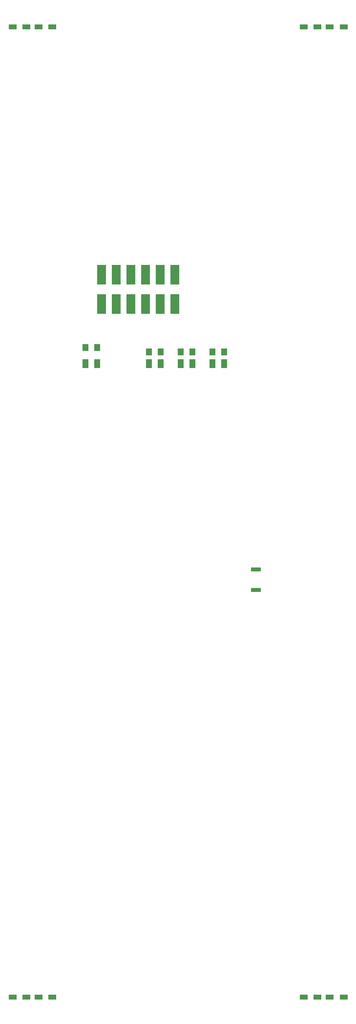
<source format=gbp>
G04*
G04 #@! TF.GenerationSoftware,Altium Limited,Altium Designer,18.0.12 (696)*
G04*
G04 Layer_Color=128*
%FSLAX44Y44*%
%MOMM*%
G71*
G01*
G75*
%ADD23R,1.0160X1.2700*%
%ADD29R,1.4000X0.8600*%
%ADD110R,1.0160X1.5240*%
%ADD111R,1.7000X0.8000*%
%ADD112R,1.5000X3.5000*%
D23*
X110160Y-493000D02*
D03*
X89840D02*
D03*
X330160Y-500000D02*
D03*
X309840D02*
D03*
X254840D02*
D03*
X275160D02*
D03*
X199840D02*
D03*
X220160D02*
D03*
D29*
X-13000Y63000D02*
D03*
X-37000D02*
D03*
X8000D02*
D03*
X32000D02*
D03*
X537000D02*
D03*
X513000D02*
D03*
X468000D02*
D03*
X492000D02*
D03*
X468000Y-1618000D02*
D03*
X492000D02*
D03*
X537000D02*
D03*
X513000D02*
D03*
X-13000D02*
D03*
X-37000D02*
D03*
X8000D02*
D03*
X32000D02*
D03*
D110*
X330160Y-521000D02*
D03*
X309840D02*
D03*
X254840D02*
D03*
X275160D02*
D03*
X199840D02*
D03*
X220160D02*
D03*
X110160D02*
D03*
X89840D02*
D03*
D111*
X385000Y-877500D02*
D03*
Y-912500D02*
D03*
D112*
X117749Y-366600D02*
D03*
X143149D02*
D03*
X168549D02*
D03*
X193949D02*
D03*
X219349D02*
D03*
X244749D02*
D03*
Y-417400D02*
D03*
X219349D02*
D03*
X193949D02*
D03*
X168549D02*
D03*
X143149D02*
D03*
X117749D02*
D03*
M02*

</source>
